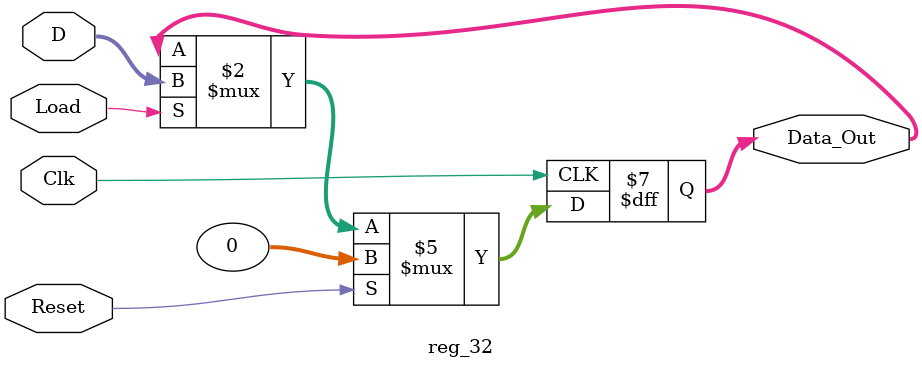
<source format=sv>
module reg_32(input  logic Clk, Reset, Load,
              input  logic [31:0]  D,
              output logic [31:0]  Data_Out);

    always_ff @ (posedge Clk)
    begin
	 	 if (Reset) //notice, this is a sycnrhonous reset, which is recommended on the FPGA
			begin
				Data_Out <= 31'h0;
			end
		 else if (Load)
			begin
				 Data_Out[31:0] <= D[31:0];
			end
    end

endmodule

</source>
